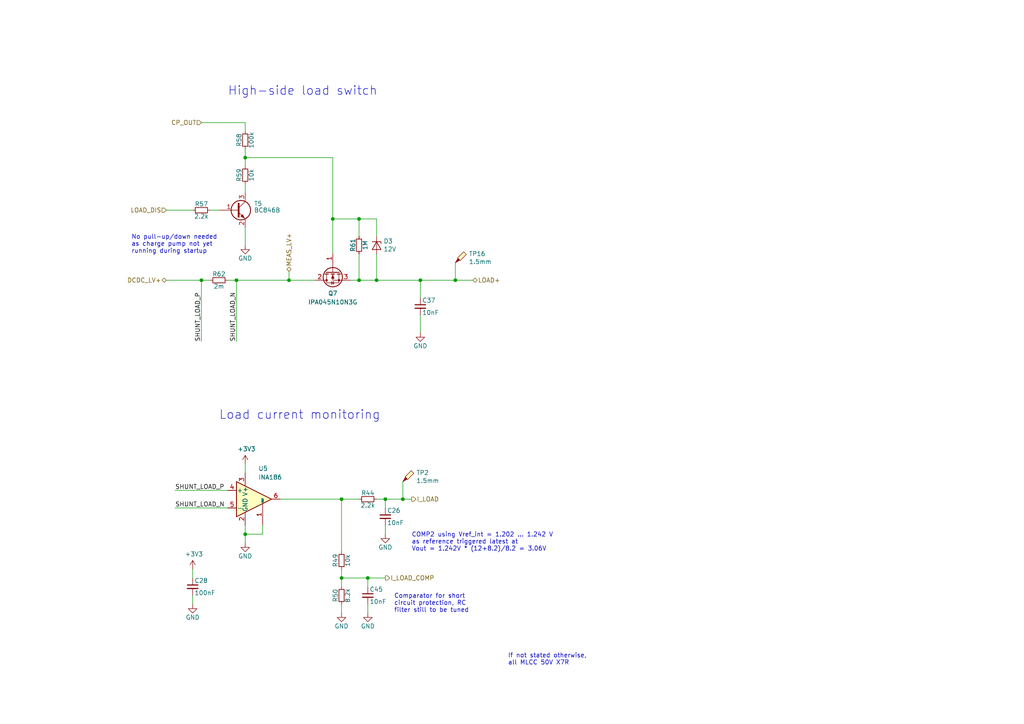
<source format=kicad_sch>
(kicad_sch (version 20211123) (generator eeschema)
  (paper "A4")
  (title_block (title "MPPT 2420 HC") (date "2021-01-06") (rev "0.2.3") (company "Copyright © 2020 Libre Solar Technologies GmbH") (comment 1 "Licensed under CERN-OHL-W version 2") (comment 2 "Author: Martin Jäger"))
  (lib_symbols
    (symbol "Connector:TestPoint_Probe" (pin_numbers hide) (pin_names (offset 0.762) hide)
      (property "Reference" "TP" (at 1.651 5.842 0))
      (property "Value" "TestPoint_Probe" (at 1.651 4.064 0))
      (symbol "TestPoint_Probe_0_1"
        (polyline (pts (xy 1.27 0.762) (xy 0 0) (xy 0.762 1.27) (xy 1.27 0.762)) (fill (type outline)))
        (polyline (pts (xy 1.397 0.635) (xy 0.635 1.397) (xy 2.413 3.175) (xy 3.175 2.413) (xy 1.397 0.635)) (fill (type background)))
      )
      (symbol "TestPoint_Probe_1_1"
        (pin passive line (at 0 0 90) (length 0) (name "1") (number "1"))
      )
    )
    (symbol "Device:Q_NMOS_GDS" (pin_names (offset 0) hide)
      (property "Reference" "Q" (at 5.08 1.27 0))
      (property "Value" "Q_NMOS_GDS" (at 5.08 -1.27 0))
      (symbol "Q_NMOS_GDS_0_1"
        (polyline (pts (xy 0.254 0) (xy -2.54 0)))
        (polyline (pts (xy 0.254 1.905) (xy 0.254 -1.905)) (stroke (width 0.254)))
        (polyline (pts (xy 0.762 -1.27) (xy 0.762 -2.286)) (stroke (width 0.254)))
        (polyline (pts (xy 0.762 0.508) (xy 0.762 -0.508)) (stroke (width 0.254)))
        (polyline (pts (xy 0.762 2.286) (xy 0.762 1.27)) (stroke (width 0.254)))
        (polyline (pts (xy 2.54 2.54) (xy 2.54 1.778)))
        (polyline (pts (xy 2.54 -2.54) (xy 2.54 0) (xy 0.762 0)))
        (polyline (pts (xy 0.762 -1.778) (xy 3.302 -1.778) (xy 3.302 1.778) (xy 0.762 1.778)))
        (polyline (pts (xy 1.016 0) (xy 2.032 0.381) (xy 2.032 -0.381) (xy 1.016 0)) (fill (type outline)))
        (polyline (pts (xy 2.794 0.508) (xy 2.921 0.381) (xy 3.683 0.381) (xy 3.81 0.254)))
        (polyline (pts (xy 3.302 0.381) (xy 2.921 -0.254) (xy 3.683 -0.254) (xy 3.302 0.381)))
        (circle (center 1.651 0) (radius 2.794) (stroke (width 0.254)))
        (circle (center 2.54 -1.778) (radius 0.254) (fill (type outline)))
        (circle (center 2.54 1.778) (radius 0.254) (fill (type outline)))
      )
      (symbol "Q_NMOS_GDS_1_1"
        (pin input line (at -5.08 0 0) (length 2.54) (name "G") (number "1"))
        (pin passive line (at 2.54 5.08 270) (length 2.54) (name "D") (number "2"))
        (pin passive line (at 2.54 -5.08 90) (length 2.54) (name "S") (number "3"))
      )
    )
    (symbol "Project:C" (pin_numbers hide) (pin_names (offset 0.254) hide)
      (property "Reference" "C" (at 0.635 1.905 0))
      (property "Value" "C" (at 0.635 -1.905 0))
      (symbol "C_0_1"
        (polyline (pts (xy -1.524 -0.508) (xy 1.524 -0.508)) (stroke (width 0.3302)))
        (polyline (pts (xy -1.524 0.508) (xy 0 0.508) (xy 1.524 0.508)) (stroke (width 0.3048)))
      )
      (symbol "C_1_1"
        (pin passive line (at 0 2.54 270) (length 1.905) (name "~") (number "1"))
        (pin passive line (at 0 -2.54 90) (length 2.032) (name "~") (number "2"))
      )
    )
    (symbol "Project:D_Zener" (pin_numbers hide) (pin_names (offset 1.016) hide)
      (property "Reference" "D" (at 0 2.54 0))
      (property "Value" "D_Zener" (at 0 -2.54 0))
      (symbol "D_Zener_0_1"
        (polyline (pts (xy 1.27 0) (xy -1.27 0)))
        (polyline (pts (xy -1.016 0) (xy 1.27 1.27) (xy 1.27 -1.27) (xy -1.016 0)) (stroke (width 0.2032)))
        (polyline (pts (xy -0.508 1.27) (xy -1.016 1.27) (xy -1.016 0) (xy -1.016 -1.27)) (stroke (width 0.2032)))
      )
      (symbol "D_Zener_1_1"
        (pin passive line (at -2.54 0 0) (length 1.27) (name "K") (number "1"))
        (pin passive line (at 2.54 0 180) (length 1.27) (name "A") (number "2"))
      )
    )
    (symbol "Project:R" (pin_numbers hide) (pin_names (offset 0.254) hide)
      (property "Reference" "R" (at -1.905 0 90))
      (property "Value" "R" (at 1.905 0 90))
      (symbol "R_0_1"
        (rectangle (start -0.762 1.778) (end 0.762 -1.778) (stroke (width 0.2032)))
      )
      (symbol "R_1_1"
        (pin passive line (at 0 2.54 270) (length 0.762) (name "~") (number "1"))
        (pin passive line (at 0 -2.54 90) (length 0.762) (name "~") (number "2"))
      )
    )
    (symbol "Transistor_BJT:BC846" (pin_names (offset 0) hide)
      (property "Reference" "Q" (at 5.08 1.905 0))
      (property "Value" "BC846" (at 5.08 0 0))
      (symbol "BC846_0_1"
        (polyline (pts (xy 0.635 0.635) (xy 2.54 2.54)))
        (polyline (pts (xy 0.635 -0.635) (xy 2.54 -2.54) (xy 2.54 -2.54)))
        (polyline (pts (xy 0.635 1.905) (xy 0.635 -1.905) (xy 0.635 -1.905)) (stroke (width 0.508)))
        (polyline (pts (xy 1.27 -1.778) (xy 1.778 -1.27) (xy 2.286 -2.286) (xy 1.27 -1.778) (xy 1.27 -1.778)) (fill (type outline)))
        (circle (center 1.27 0) (radius 2.8194) (stroke (width 0.254)))
      )
      (symbol "BC846_1_1"
        (pin input line (at -5.08 0 0) (length 5.715) (name "B") (number "1"))
        (pin passive line (at 2.54 -5.08 90) (length 2.54) (name "E") (number "2"))
        (pin passive line (at 2.54 5.08 270) (length 2.54) (name "C") (number "3"))
      )
    )
    (symbol "mppt-2420-hc-rescue:+3.3V-power" (power) (pin_names (offset 0))
      (property "Value" "+3.3V-power" (at 0 3.556 0))
      (symbol "+3.3V-power_0_1"
        (polyline (pts (xy -0.762 1.27) (xy 0 2.54)))
        (polyline (pts (xy 0 0) (xy 0 2.54)))
        (polyline (pts (xy 0 2.54) (xy 0.762 1.27)))
      )
      (symbol "+3.3V-power_1_1"
        (pin power_in line (at 0 0 90) (length 0) hide (name "+3V3") (number "1"))
      )
    )
    (symbol "mppt-2420-hc-rescue:INA186-LibreSolar" (pin_names (offset 0.127))
      (property "Reference" "U" (at 3.81 3.81 0))
      (property "Value" "INA186-LibreSolar" (at 3.81 -2.54 0))
      (symbol "INA186-LibreSolar_0_1"
        (polyline (pts (xy 5.08 0) (xy -5.08 5.08) (xy -5.08 -5.08) (xy 5.08 0)) (stroke (width 0.254)) (fill (type background)))
      )
      (symbol "INA186-LibreSolar_1_1"
        (pin input line (at 2.54 -7.62 90) (length 6.35) (name "REF") (number "1"))
        (pin power_in line (at -2.54 -7.62 90) (length 3.81) (name "GND") (number "2"))
        (pin power_in line (at -2.54 7.62 270) (length 3.81) (name "V+") (number "3"))
        (pin input line (at -7.62 2.54 0) (length 2.54) (name "+") (number "4"))
        (pin input line (at -7.62 -2.54 0) (length 2.54) (name "-") (number "5"))
        (pin output line (at 7.62 0 180) (length 2.54) (name "~") (number "6"))
      )
    )
    (symbol "power:GND" (power) (pin_names (offset 0))
      (property "Value" "GND" (at 0 -3.81 0))
      (symbol "GND_0_1"
        (polyline (pts (xy 0 0) (xy 0 -1.27) (xy 1.27 -1.27) (xy 0 -2.54) (xy -1.27 -1.27) (xy 0 -1.27)))
      )
      (symbol "GND_1_1"
        (pin power_in line (at 0 0 270) (length 0) hide (name "GND") (number "1"))
      )
    )
  )
  (junction (at 109.22 81.28))
  (junction (at 121.92 81.28))
  (junction (at 58.42 81.28))
  (junction (at 99.06 144.78))
  (junction (at 116.84 144.78))
  (junction (at 68.58 81.28))
  (junction (at 99.06 167.64))
  (junction (at 71.12 154.94))
  (junction (at 104.14 81.28))
  (junction (at 111.76 144.78))
  (junction (at 83.82 81.28))
  (junction (at 71.12 45.72))
  (junction (at 132.08 81.28))
  (junction (at 96.52 63.5))
  (junction (at 104.14 63.5))
  (junction (at 106.68 167.64))
  (wire (pts (xy 104.14 63.5) (xy 109.22 63.5)))
  (wire (pts (xy 121.92 81.28) (xy 132.08 81.28)))
  (wire (pts (xy 71.12 134.62) (xy 71.12 137.16)))
  (wire (pts (xy 66.04 142.24) (xy 50.8 142.24)))
  (wire (pts (xy 96.52 45.72) (xy 71.12 45.72)))
  (wire (pts (xy 109.22 144.78) (xy 111.76 144.78)))
  (wire (pts (xy 99.06 167.64) (xy 106.68 167.64)))
  (wire (pts (xy 132.08 76.2) (xy 132.08 81.28)))
  (wire (pts (xy 76.2 154.94) (xy 71.12 154.94)))
  (wire (pts (xy 106.68 175.26) (xy 106.68 177.8)))
  (wire (pts (xy 109.22 73.66) (xy 109.22 81.28)))
  (wire (pts (xy 66.04 81.28) (xy 68.58 81.28)))
  (wire (pts (xy 50.8 147.32) (xy 66.04 147.32)))
  (wire (pts (xy 99.06 175.26) (xy 99.06 177.8)))
  (wire (pts (xy 121.92 91.44) (xy 121.92 96.52)))
  (wire (pts (xy 58.42 81.28) (xy 60.96 81.28)))
  (wire (pts (xy 71.12 152.4) (xy 71.12 154.94)))
  (wire (pts (xy 81.28 144.78) (xy 99.06 144.78)))
  (wire (pts (xy 48.26 60.96) (xy 55.88 60.96)))
  (wire (pts (xy 68.58 81.28) (xy 68.58 99.06)))
  (wire (pts (xy 55.88 175.26) (xy 55.88 172.72)))
  (wire (pts (xy 132.08 81.28) (xy 137.16 81.28)))
  (wire (pts (xy 83.82 81.28) (xy 83.82 78.74)))
  (wire (pts (xy 71.12 45.72) (xy 71.12 48.26)))
  (wire (pts (xy 106.68 167.64) (xy 111.76 167.64)))
  (wire (pts (xy 68.58 81.28) (xy 83.82 81.28)))
  (wire (pts (xy 96.52 63.5) (xy 104.14 63.5)))
  (wire (pts (xy 71.12 66.04) (xy 71.12 71.12)))
  (wire (pts (xy 71.12 154.94) (xy 71.12 157.48)))
  (wire (pts (xy 96.52 73.66) (xy 96.52 63.5)))
  (wire (pts (xy 101.6 81.28) (xy 104.14 81.28)))
  (wire (pts (xy 60.96 60.96) (xy 63.5 60.96)))
  (wire (pts (xy 104.14 73.66) (xy 104.14 81.28)))
  (wire (pts (xy 111.76 144.78) (xy 116.84 144.78)))
  (wire (pts (xy 116.84 139.7) (xy 116.84 144.78)))
  (wire (pts (xy 106.68 167.64) (xy 106.68 170.18)))
  (wire (pts (xy 99.06 144.78) (xy 99.06 160.02)))
  (wire (pts (xy 109.22 81.28) (xy 121.92 81.28)))
  (wire (pts (xy 111.76 152.4) (xy 111.76 154.94)))
  (wire (pts (xy 71.12 35.56) (xy 58.42 35.56)))
  (wire (pts (xy 58.42 81.28) (xy 58.42 99.06)))
  (wire (pts (xy 99.06 165.1) (xy 99.06 167.64)))
  (wire (pts (xy 121.92 86.36) (xy 121.92 81.28)))
  (wire (pts (xy 116.84 144.78) (xy 119.38 144.78)))
  (wire (pts (xy 96.52 63.5) (xy 96.52 45.72)))
  (wire (pts (xy 71.12 35.56) (xy 71.12 38.1)))
  (wire (pts (xy 76.2 154.94) (xy 76.2 152.4)))
  (wire (pts (xy 71.12 43.18) (xy 71.12 45.72)))
  (wire (pts (xy 99.06 167.64) (xy 99.06 170.18)))
  (wire (pts (xy 109.22 63.5) (xy 109.22 68.58)))
  (wire (pts (xy 48.26 81.28) (xy 58.42 81.28)))
  (wire (pts (xy 55.88 167.64) (xy 55.88 165.1)))
  (wire (pts (xy 111.76 144.78) (xy 111.76 147.32)))
  (wire (pts (xy 71.12 53.34) (xy 71.12 55.88)))
  (wire (pts (xy 104.14 63.5) (xy 104.14 68.58)))
  (wire (pts (xy 104.14 81.28) (xy 109.22 81.28)))
  (wire (pts (xy 83.82 81.28) (xy 91.44 81.28)))
  (wire (pts (xy 99.06 144.78) (xy 104.14 144.78)))
  (text "No pull-up/down needed\nas charge pump not yet \nrunning during startup" (at 38.1 73.66 0) (effects (font (size 1.27 1.27)) (justify left bottom)))
  (text "If not stated otherwise,\nall MLCC 50V X7R" (at 147.32 193.04 0) (effects (font (size 1.27 1.27)) (justify left bottom)))
  (text "High-side load switch" (at 66.04 27.94 0) (effects (font (size 2.54 2.54)) (justify left bottom)))
  (text "Comparator for short \ncircuit protection, RC\nfilter still to be tuned" (at 114.3 177.8 0) (effects (font (size 1.27 1.27)) (justify left bottom)))
  (text "COMP2 using Vref_int = 1.202 ... 1.242 V\nas reference triggered latest at\nVout = 1.242V * (12+8.2)/8.2 = 3.06V" (at 119.38 160.02 0) (effects (font (size 1.27 1.27)) (justify left bottom)))
  (text "Load current monitoring" (at 63.5 121.92 0) (effects (font (size 2.54 2.54)) (justify left bottom)))
  (label "SHUNT_LOAD_N" (at 50.8 147.32 0))
  (label "SHUNT_LOAD_P" (at 50.8 142.24 0))
  (label "SHUNT_LOAD_N" (at 68.58 99.06 90))
  (label "SHUNT_LOAD_P" (at 58.42 99.06 90))
  (hierarchical_label "CP_OUT" (shape input) (at 58.42 35.56 180))
  (hierarchical_label "I_LOAD_COMP" (shape output) (at 111.76 167.64 0))
  (hierarchical_label "DCDC_LV+" (shape bidirectional) (at 48.26 81.28 180))
  (hierarchical_label "I_LOAD" (shape output) (at 119.38 144.78 0))
  (hierarchical_label "LOAD_DIS" (shape input) (at 48.26 60.96 180))
  (hierarchical_label "LOAD+" (shape bidirectional) (at 137.16 81.28 0))
  (hierarchical_label "MEAS_LV+" (shape bidirectional) (at 83.82 78.74 90))
  (symbol (lib_id "Project:C") (at 121.92 88.9 0) (unit 1)
    (property "Reference" "C37" (at 122.428 87.122 0) (effects (justify left)))
    (property "Value" "10nF" (at 122.428 90.678 0) (effects (justify left)))
    (property "Footprint" "LibreSolar:C_0603_1608" (effects hide))
    (property "Manufacturer" "any" (effects hide))
    (property "Remarks" "100V, X7R" (effects hide))
  )
  (symbol (lib_id "Project:R") (at 63.5 81.28 270) (unit 1)
    (property "Reference" "R62" (at 63.5 79.502 90))
    (property "Value" "2m" (at 63.5 83.058 90))
    (property "Footprint" "LibreSolar:R_Bourns_CRE2512" (effects hide))
    (property "Manufacturer" "Bourns" (effects hide))
    (property "PartNumber" "CRE2512-FZ-R002E-3" (effects hide))
  )
  (symbol (lib_id "power:GND") (at 121.92 96.52 0) (mirror y) (unit 1)
    (property "Reference" "#PWR081" (effects hide))
    (property "Value" "GND" (at 121.92 100.33 0))
  )
  (symbol (lib_id "Device:Q_NMOS_GDS") (at 96.52 78.74 90) (mirror x) (unit 1)
    (property "Reference" "Q7" (at 96.52 85.09 90))
    (property "Value" "IPA045N10N3G" (at 96.52 87.63 90))
    (property "Footprint" "LibreSolar:TO-220-3_Horizontal_BottomHeatsink" (effects hide))
    (property "Manufacturer" "Infineon" (effects hide))
    (property "PartNumber" "IPA045N10N3G" (effects hide))
    (property "Remarks" "Alternative: IPP045N10N3G" (effects hide))
  )
  (symbol (lib_id "Project:R") (at 104.14 71.12 0) (unit 1)
    (property "Reference" "R61" (at 102.362 71.12 90))
    (property "Value" "1M" (at 105.918 71.12 90))
    (property "Footprint" "LibreSolar:R_0603_1608" (effects hide))
    (property "Manufacturer" "any" (effects hide))
    (property "Remarks" "1%" (effects hide))
  )
  (symbol (lib_id "Project:R") (at 71.12 40.64 0) (unit 1)
    (property "Reference" "R58" (at 69.342 40.64 90))
    (property "Value" "100k" (at 72.898 40.64 90))
    (property "Footprint" "LibreSolar:R_0603_1608" (effects hide))
    (property "Manufacturer" "any" (effects hide))
    (property "Remarks" "1%" (effects hide))
  )
  (symbol (lib_id "Project:D_Zener") (at 109.22 71.12 270) (unit 1)
    (property "Reference" "D3" (at 111.2266 69.9516 90) (effects (justify left)))
    (property "Value" "12V" (at 111.2266 72.263 90) (effects (justify left)))
    (property "Footprint" "Diode_SMD:D_SOT-23_ANK" (effects hide))
    (property "Manufacturer" "ON Semiconductor" (effects hide))
    (property "PartNumber" "SZBZX84C12LT3G" (effects hide))
    (property "Remarks" "Alternative: Diodes Inc. BZX84C12-7-F" (effects hide))
  )
  (symbol (lib_id "Project:R") (at 71.12 50.8 0) (mirror x) (unit 1)
    (property "Reference" "R59" (at 69.342 50.8 90))
    (property "Value" "10k" (at 72.898 50.8 90))
    (property "Footprint" "LibreSolar:R_0603_1608" (effects hide))
    (property "Manufacturer" "any" (effects hide))
    (property "Remarks" "1%" (effects hide))
  )
  (symbol (lib_id "Project:R") (at 58.42 60.96 90) (mirror x) (unit 1)
    (property "Reference" "R57" (at 58.42 59.182 90))
    (property "Value" "2.2k" (at 58.42 62.738 90))
    (property "Footprint" "LibreSolar:R_0603_1608" (effects hide))
    (property "Manufacturer" "any" (effects hide))
    (property "Remarks" "1%" (effects hide))
  )
  (symbol (lib_id "Transistor_BJT:BC846") (at 68.58 60.96 0) (unit 1)
    (property "Reference" "T5" (at 73.66 59.055 0) (effects (justify left)))
    (property "Value" "BC846B" (at 73.66 60.96 0) (effects (justify left)))
    (property "Footprint" "LibreSolar:SOT-23" (effects hide))
    (property "Manufacturer" "ON Semiconductor" (effects hide))
    (property "PartNumber" "BC846BLT1G" (effects hide))
  )
  (symbol (lib_id "power:GND") (at 71.12 71.12 0) (mirror y) (unit 1)
    (property "Reference" "#PWR079" (effects hide))
    (property "Value" "GND" (at 71.12 74.93 0))
  )
  (symbol (lib_id "Connector:TestPoint_Probe") (at 116.84 139.7 0) (unit 1)
    (property "Reference" "TP2" (at 120.7262 137.1092 0) (effects (justify left)))
    (property "Value" "1.5mm" (at 120.7262 139.4206 0) (effects (justify left)))
    (property "Footprint" "TestPoint:TestPoint_Pad_D1.5mm" (effects hide))
    (property "Config" "+info" (effects hide))
  )
  (symbol (lib_id "Project:C") (at 55.88 170.18 0) (unit 1)
    (property "Reference" "C28" (at 56.388 168.402 0) (effects (justify left)))
    (property "Value" "100nF" (at 56.388 171.958 0) (effects (justify left)))
    (property "Footprint" "LibreSolar:C_0603_1608" (effects hide))
    (property "Manufacturer" "any" (effects hide))
  )
  (symbol (lib_id "Project:C") (at 111.76 149.86 0) (unit 1)
    (property "Reference" "C26" (at 112.268 148.082 0) (effects (justify left)))
    (property "Value" "10nF" (at 112.268 151.638 0) (effects (justify left)))
    (property "Footprint" "LibreSolar:C_0603_1608" (effects hide))
    (property "Manufacturer" "any" (effects hide))
    (property "Remarks" "100V, X7R" (effects hide))
  )
  (symbol (lib_id "power:GND") (at 111.76 154.94 0) (unit 1)
    (property "Reference" "#PWR072" (effects hide))
    (property "Value" "GND" (at 111.76 158.75 0))
  )
  (symbol (lib_id "Project:R") (at 106.68 144.78 90) (mirror x) (unit 1)
    (property "Reference" "R44" (at 106.68 143.002 90))
    (property "Value" "2.2k" (at 106.68 146.558 90))
    (property "Footprint" "LibreSolar:R_0603_1608" (effects hide))
    (property "Manufacturer" "any" (effects hide))
    (property "Remarks" "1%" (effects hide))
  )
  (symbol (lib_id "power:GND") (at 55.88 175.26 0) (unit 1)
    (property "Reference" "#PWR078" (effects hide))
    (property "Value" "GND" (at 55.88 179.07 0))
  )
  (symbol (lib_id "power:GND") (at 71.12 157.48 0) (unit 1)
    (property "Reference" "#PWR068" (effects hide))
    (property "Value" "GND" (at 71.12 161.29 0))
  )
  (symbol (lib_id "Project:R") (at 99.06 162.56 0) (mirror x) (unit 1)
    (property "Reference" "R49" (at 97.282 162.56 90))
    (property "Value" "10k" (at 100.838 162.56 90))
    (property "Footprint" "LibreSolar:R_0603_1608" (effects hide))
    (property "Manufacturer" "any" (effects hide))
    (property "Remarks" "1%" (effects hide))
  )
  (symbol (lib_id "Project:R") (at 99.06 172.72 0) (mirror x) (unit 1)
    (property "Reference" "R50" (at 97.282 172.72 90))
    (property "Value" "8.2k" (at 100.838 172.72 90))
    (property "Footprint" "LibreSolar:C_0603_1608" (effects hide))
    (property "Manufacturer" "any" (effects hide))
    (property "Remarks" "1%" (effects hide))
  )
  (symbol (lib_id "power:GND") (at 99.06 177.8 0) (unit 1)
    (property "Reference" "#PWR074" (effects hide))
    (property "Value" "GND" (at 99.06 181.61 0))
  )
  (symbol (lib_id "mppt-2420-hc-rescue:+3.3V-power") (at 55.88 165.1 0) (unit 1)
    (property "Reference" "#PWR077" (effects hide))
    (property "Value" "+3.3V" (at 56.261 160.7058 0))
  )
  (symbol (lib_id "Project:C") (at 106.68 172.72 0) (unit 1)
    (property "Reference" "C45" (at 107.188 170.942 0) (effects (justify left)))
    (property "Value" "10nF" (at 107.188 174.498 0) (effects (justify left)))
    (property "Footprint" "LibreSolar:C_0603_1608" (effects hide))
    (property "Manufacturer" "any" (effects hide))
    (property "Remarks" "100V, X7R" (effects hide))
  )
  (symbol (lib_id "power:GND") (at 106.68 177.8 0) (unit 1)
    (property "Reference" "#PWR0112" (effects hide))
    (property "Value" "GND" (at 106.68 181.61 0))
  )
  (symbol (lib_id "mppt-2420-hc-rescue:INA186-LibreSolar") (at 73.66 144.78 0) (unit 1)
    (property "Reference" "U5" (at 74.93 135.89 0) (effects (justify left)))
    (property "Value" "INA186" (at 74.93 138.43 0) (effects (justify left)))
    (property "Footprint" "Package_TO_SOT_SMD:SOT-363_SC-70-6" (effects hide))
    (property "Datasheet" "http://www.ti.com/lit/ds/symlink/ina186.pdf" (effects hide))
    (property "Manufacturer" "Texas Instruments" (effects hide))
    (property "PartNumber" "INA186A1IDCKR" (effects hide))
  )
  (symbol (lib_id "mppt-2420-hc-rescue:+3.3V-power") (at 71.12 134.62 0) (unit 1)
    (property "Reference" "#PWR0119" (effects hide))
    (property "Value" "+3.3V" (at 71.501 130.2258 0))
  )
  (symbol (lib_id "Connector:TestPoint_Probe") (at 132.08 76.2 0) (unit 1)
    (property "Reference" "TP16" (at 135.9662 73.6092 0) (effects (justify left)))
    (property "Value" "1.5mm" (at 135.9662 75.9206 0) (effects (justify left)))
    (property "Footprint" "TestPoint:TestPoint_Pad_D1.5mm" (effects hide))
    (property "Config" "+info" (effects hide))
  )
)
</source>
